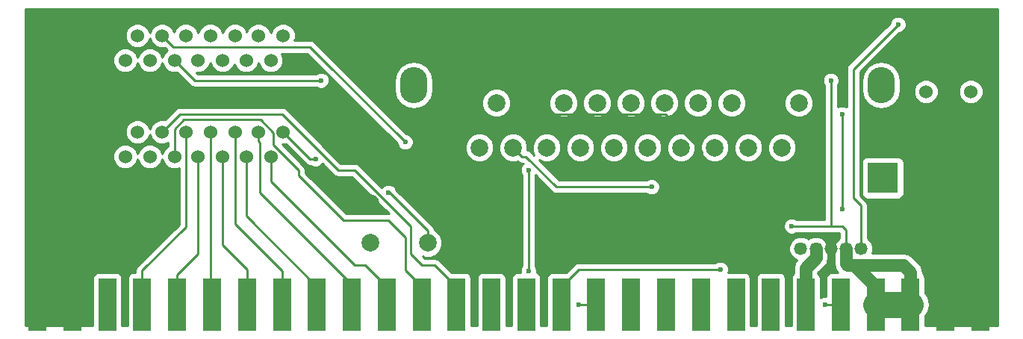
<source format=gbr>
G04 #@! TF.FileFunction,Copper,L2,Bot,Signal*
%FSLAX46Y46*%
G04 Gerber Fmt 4.6, Leading zero omitted, Abs format (unit mm)*
G04 Created by KiCad (PCBNEW 4.0.6) date Saturday, 22 July 2017 'PMt' 21:55:12*
%MOMM*%
%LPD*%
G01*
G04 APERTURE LIST*
%ADD10C,0.100000*%
%ADD11R,2.000000X6.000000*%
%ADD12C,2.000000*%
%ADD13R,3.500120X3.500120*%
%ADD14C,1.470000*%
%ADD15C,1.998980*%
%ADD16O,3.100000X4.100000*%
%ADD17C,1.524000*%
%ADD18C,3.810000*%
%ADD19R,1.524000X1.524000*%
%ADD20C,0.600000*%
%ADD21C,0.250000*%
%ADD22C,1.470000*%
%ADD23C,3.000000*%
%ADD24C,0.254000*%
G04 APERTURE END LIST*
D10*
D11*
X142345000Y-160020000D03*
X146305000Y-160020000D03*
X138385000Y-160020000D03*
X134425000Y-160020000D03*
X130465000Y-160020000D03*
X150265000Y-160020000D03*
X114625000Y-160020000D03*
X126505000Y-160020000D03*
X122545000Y-160020000D03*
X118585000Y-160020000D03*
X110665000Y-160020000D03*
X162145000Y-160020000D03*
X170065000Y-160020000D03*
X166105000Y-160020000D03*
X174025000Y-160020000D03*
X158185000Y-160020000D03*
X154225000Y-160020000D03*
X177985000Y-160020000D03*
X197785000Y-160020000D03*
X185905000Y-160020000D03*
X193825000Y-160020000D03*
X189865000Y-160020000D03*
X181945000Y-160020000D03*
X201745000Y-160020000D03*
X98785000Y-160020000D03*
X106705000Y-160020000D03*
X102745000Y-160020000D03*
X94825000Y-160020000D03*
D12*
X139065000Y-148535000D03*
X139065000Y-153035000D03*
X132565000Y-148535000D03*
X132565000Y-153035000D03*
D13*
X190675260Y-145669000D03*
X196674740Y-145669000D03*
X193675000Y-140970000D03*
D14*
X184785000Y-153670000D03*
X183085000Y-153670000D03*
X186485000Y-153670000D03*
X188185000Y-153670000D03*
X181385000Y-153670000D03*
D15*
X144950180Y-142240000D03*
X146855180Y-137160000D03*
X148760180Y-142240000D03*
X150665180Y-137160000D03*
X152570180Y-142240000D03*
X154475180Y-137160000D03*
X156380180Y-142240000D03*
X158285180Y-137160000D03*
X160190180Y-142240000D03*
X162095180Y-137160000D03*
X164000180Y-142240000D03*
X165905180Y-137160000D03*
X167810180Y-142240000D03*
X169715180Y-137160000D03*
X171620180Y-142240000D03*
X173525180Y-137160000D03*
X175430180Y-142240000D03*
X177335180Y-137160000D03*
X179240180Y-142240000D03*
X181145180Y-137160000D03*
X183050180Y-142240000D03*
D16*
X137500360Y-135161020D03*
X190500000Y-135161020D03*
D17*
X198120000Y-135890000D03*
X195580000Y-135890000D03*
X200660000Y-135890000D03*
D18*
X96393000Y-130937000D03*
X129667000Y-130937000D03*
D19*
X103505000Y-129540000D03*
D17*
X106172000Y-129540000D03*
X108966000Y-129540000D03*
X111633000Y-129540000D03*
X114427000Y-129540000D03*
X117221000Y-129540000D03*
X119888000Y-129540000D03*
X122682000Y-129540000D03*
X104775000Y-132334000D03*
X107569000Y-132334000D03*
X110363000Y-132334000D03*
X113030000Y-132334000D03*
X115824000Y-132334000D03*
X118491000Y-132334000D03*
X121285000Y-132334000D03*
D18*
X96393000Y-141859000D03*
X129667000Y-141859000D03*
D19*
X103505000Y-140462000D03*
D17*
X106172000Y-140462000D03*
X108966000Y-140462000D03*
X111633000Y-140462000D03*
X114427000Y-140462000D03*
X117221000Y-140462000D03*
X119888000Y-140462000D03*
X122682000Y-140462000D03*
X104775000Y-143256000D03*
X107569000Y-143256000D03*
X110363000Y-143256000D03*
X113030000Y-143256000D03*
X115824000Y-143256000D03*
X118491000Y-143256000D03*
X121285000Y-143256000D03*
D20*
X156210000Y-160020000D03*
X134620000Y-147320000D03*
X127000000Y-134620000D03*
X136525000Y-141605000D03*
X170180000Y-145415000D03*
X150495000Y-156210000D03*
X150495000Y-144780000D03*
X126365000Y-143510000D03*
X184785000Y-134620000D03*
X180340000Y-151130000D03*
X186055000Y-149225000D03*
X186055000Y-138430000D03*
X184150000Y-160020000D03*
X172260000Y-156035000D03*
X164465000Y-146685000D03*
X192405000Y-128270000D03*
D21*
X156210000Y-160020000D02*
X158185000Y-160020000D01*
X139065000Y-153035000D02*
X139065000Y-151620787D01*
X134764213Y-147320000D02*
X134620000Y-147320000D01*
X139065000Y-151620787D02*
X134764213Y-147320000D01*
X112649000Y-134620000D02*
X127000000Y-134620000D01*
X110363000Y-132334000D02*
X112649000Y-134620000D01*
X110236000Y-130810000D02*
X125730000Y-130810000D01*
X125730000Y-130810000D02*
X127071001Y-132151001D01*
X108966000Y-129540000D02*
X110236000Y-130810000D01*
X127071001Y-132151001D02*
X136525000Y-141605000D01*
X139065000Y-148535000D02*
X132389000Y-141859000D01*
X132389000Y-141859000D02*
X129667000Y-141859000D01*
X105033000Y-127000000D02*
X125730000Y-127000000D01*
X125730000Y-127000000D02*
X129667000Y-130937000D01*
X103505000Y-129540000D02*
X103505000Y-128528000D01*
X103505000Y-128528000D02*
X105033000Y-127000000D01*
X103505000Y-129540000D02*
X97790000Y-129540000D01*
X97790000Y-129540000D02*
X96393000Y-130937000D01*
X96393000Y-141859000D02*
X96393000Y-130937000D01*
X96393000Y-141859000D02*
X96393000Y-144553076D01*
X96393000Y-144553076D02*
X98785000Y-146945076D01*
X98785000Y-146945076D02*
X98785000Y-156770000D01*
X98785000Y-156770000D02*
X98785000Y-160020000D01*
X96393000Y-144553076D02*
X94825000Y-146121076D01*
X94825000Y-156770000D02*
X94825000Y-160020000D01*
X94825000Y-146121076D02*
X94825000Y-156770000D01*
X103505000Y-140462000D02*
X97790000Y-140462000D01*
X97790000Y-140462000D02*
X96393000Y-141859000D01*
D22*
X196674740Y-145669000D02*
X196674740Y-141969680D01*
X196674740Y-141969680D02*
X195675060Y-140970000D01*
X195675060Y-140970000D02*
X193675000Y-140970000D01*
X201745000Y-160020000D02*
X201745000Y-155125000D01*
X201745000Y-155125000D02*
X200680000Y-155125000D01*
X200680000Y-155125000D02*
X196674740Y-151119740D01*
X196674740Y-151119740D02*
X196674740Y-145669000D01*
X196674740Y-145669000D02*
X196674740Y-158909740D01*
D21*
X196674740Y-158909740D02*
X197785000Y-160020000D01*
X197785000Y-160020000D02*
X197785000Y-158020000D01*
X166014919Y-138484491D02*
X167865428Y-140335000D01*
X167865428Y-140335000D02*
X170180000Y-142649572D01*
X168275000Y-140335000D02*
X167865428Y-140335000D01*
X174160180Y-140335000D02*
X168275000Y-140335000D01*
X177335180Y-137160000D02*
X174160180Y-140335000D01*
X150665180Y-137160000D02*
X151989671Y-138484491D01*
X151989671Y-138484491D02*
X166014919Y-138484491D01*
X170180000Y-142649572D02*
X170180000Y-145415000D01*
X97917000Y-131064000D02*
X96520000Y-129667000D01*
X97917000Y-143002000D02*
X96520000Y-141605000D01*
X150495000Y-144780000D02*
X150495000Y-156210000D01*
D23*
X189865000Y-160020000D02*
X193825000Y-160020000D01*
D21*
X126365000Y-143510000D02*
X125730000Y-143510000D01*
X125730000Y-143510000D02*
X122682000Y-140462000D01*
X186055000Y-151130000D02*
X184785000Y-151130000D01*
X184785000Y-151130000D02*
X180340000Y-151130000D01*
X184785000Y-134620000D02*
X184785000Y-151130000D01*
D22*
X193040000Y-155575000D02*
X193825000Y-156360000D01*
X193825000Y-156360000D02*
X193825000Y-160020000D01*
X187420000Y-155575000D02*
X193040000Y-155575000D01*
X186690000Y-155575000D02*
X187420000Y-155575000D01*
X187420000Y-155575000D02*
X189865000Y-158020000D01*
D21*
X189865000Y-158020000D02*
X189865000Y-160020000D01*
D22*
X186485000Y-155370000D02*
X186690000Y-155575000D01*
X186485000Y-153670000D02*
X186485000Y-155370000D01*
D21*
X186485000Y-151560000D02*
X186055000Y-151130000D01*
X186485000Y-153670000D02*
X186485000Y-151560000D01*
X181945000Y-155855000D02*
X181965000Y-155855000D01*
D22*
X181965000Y-155855000D02*
X183085000Y-154735000D01*
X183085000Y-154735000D02*
X183085000Y-153670000D01*
X181945000Y-160020000D02*
X181945000Y-155855000D01*
D21*
X186055000Y-138430000D02*
X186055000Y-149225000D01*
X184150000Y-160020000D02*
X185905000Y-160020000D01*
X122555000Y-138430000D02*
X110998000Y-138430000D01*
X110998000Y-138430000D02*
X108966000Y-140462000D01*
X122555000Y-138430000D02*
X128905000Y-144780000D01*
X137160000Y-151168998D02*
X137160000Y-154305000D01*
X128905000Y-144780000D02*
X130771002Y-144780000D01*
X130771002Y-144780000D02*
X137160000Y-151168998D01*
X137160000Y-154305000D02*
X138430000Y-155575000D01*
X138430000Y-155575000D02*
X139900000Y-155575000D01*
X139900000Y-155575000D02*
X142345000Y-158020000D01*
X142345000Y-158020000D02*
X142345000Y-160020000D01*
X111421238Y-139065000D02*
X120099762Y-139065000D01*
X120099762Y-139065000D02*
X121594999Y-140560237D01*
X121594999Y-140560237D02*
X121594999Y-141957237D01*
X121594999Y-141957237D02*
X124460000Y-144822238D01*
X124460000Y-144822238D02*
X124460000Y-145415000D01*
X110363000Y-143256000D02*
X110363000Y-140123238D01*
X110363000Y-140123238D02*
X111421238Y-139065000D01*
X138385000Y-158020000D02*
X138385000Y-160020000D01*
X124460000Y-145415000D02*
X129540000Y-150495000D01*
X129540000Y-150495000D02*
X134620000Y-150495000D01*
X136525000Y-152400000D02*
X136525000Y-156160000D01*
X134620000Y-150495000D02*
X136525000Y-152400000D01*
X136525000Y-156160000D02*
X138385000Y-158020000D01*
X121285000Y-143256000D02*
X121285000Y-146050000D01*
X121285000Y-146050000D02*
X130810000Y-155575000D01*
X130810000Y-155575000D02*
X131980000Y-155575000D01*
X131980000Y-155575000D02*
X134425000Y-158020000D01*
X134425000Y-158020000D02*
X134425000Y-160020000D01*
X119888000Y-140462000D02*
X119888000Y-141539630D01*
X119888000Y-141539630D02*
X120015000Y-141666630D01*
X120015000Y-141666630D02*
X120015000Y-147320000D01*
X120015000Y-147320000D02*
X130465000Y-157770000D01*
X130465000Y-157770000D02*
X130465000Y-160020000D01*
X114427000Y-140462000D02*
X114427000Y-159822000D01*
X114427000Y-159822000D02*
X114625000Y-160020000D01*
X118491000Y-143256000D02*
X118491000Y-150006000D01*
X126505000Y-158020000D02*
X126505000Y-160020000D01*
X118491000Y-150006000D02*
X126505000Y-158020000D01*
X117221000Y-150876000D02*
X122545000Y-156200000D01*
X122545000Y-156200000D02*
X122545000Y-160020000D01*
X117221000Y-140462000D02*
X117221000Y-150876000D01*
X115824000Y-153289000D02*
X118585000Y-156050000D01*
X118585000Y-156050000D02*
X118585000Y-160020000D01*
X115824000Y-143256000D02*
X115824000Y-153289000D01*
X113030000Y-154305000D02*
X110665000Y-156670000D01*
X110665000Y-156670000D02*
X110665000Y-160020000D01*
X113030000Y-143256000D02*
X113030000Y-154305000D01*
X156210000Y-156035000D02*
X172260000Y-156035000D01*
X154225000Y-160020000D02*
X154225000Y-158020000D01*
X154225000Y-158020000D02*
X156210000Y-156035000D01*
X111633000Y-151257000D02*
X106705000Y-156185000D01*
X106705000Y-156185000D02*
X106705000Y-160020000D01*
X111633000Y-140462000D02*
X111633000Y-151257000D01*
X150224489Y-143239489D02*
X153670000Y-146685000D01*
X153670000Y-146685000D02*
X164465000Y-146685000D01*
X148760180Y-142240000D02*
X149759669Y-143239489D01*
X149759669Y-143239489D02*
X150224489Y-143239489D01*
X192405000Y-128270000D02*
X187325000Y-133350000D01*
X187325000Y-133350000D02*
X187325000Y-147955000D01*
X187325000Y-147955000D02*
X188185000Y-148815000D01*
X188185000Y-148815000D02*
X188185000Y-153670000D01*
D24*
G36*
X203708000Y-162433000D02*
X195472440Y-162433000D01*
X195472440Y-161323490D01*
X195797483Y-160837029D01*
X195960000Y-160020000D01*
X195797483Y-159202971D01*
X195472440Y-158716510D01*
X195472440Y-157020000D01*
X195428162Y-156784683D01*
X195289090Y-156568559D01*
X195195000Y-156504270D01*
X195195000Y-156360000D01*
X195090715Y-155835724D01*
X195039557Y-155759161D01*
X194793737Y-155391264D01*
X194008736Y-154606264D01*
X193564277Y-154309285D01*
X193040000Y-154205000D01*
X189446263Y-154205000D01*
X189554762Y-153943705D01*
X189555237Y-153398686D01*
X189347107Y-152894971D01*
X188962056Y-152509248D01*
X188945000Y-152502166D01*
X188945000Y-148815000D01*
X188887148Y-148524161D01*
X188722401Y-148277599D01*
X188085000Y-147640198D01*
X188085000Y-143918940D01*
X188277760Y-143918940D01*
X188277760Y-147419060D01*
X188322038Y-147654377D01*
X188461110Y-147870501D01*
X188673310Y-148015491D01*
X188925200Y-148066500D01*
X192425320Y-148066500D01*
X192660637Y-148022222D01*
X192876761Y-147883150D01*
X193021751Y-147670950D01*
X193072760Y-147419060D01*
X193072760Y-143918940D01*
X193028482Y-143683623D01*
X192889410Y-143467499D01*
X192677210Y-143322509D01*
X192425320Y-143271500D01*
X188925200Y-143271500D01*
X188689883Y-143315778D01*
X188473759Y-143454850D01*
X188328769Y-143667050D01*
X188277760Y-143918940D01*
X188085000Y-143918940D01*
X188085000Y-134608418D01*
X188315000Y-134608418D01*
X188315000Y-135713622D01*
X188481323Y-136549785D01*
X188954972Y-137258650D01*
X189663837Y-137732299D01*
X190500000Y-137898622D01*
X191336163Y-137732299D01*
X192045028Y-137258650D01*
X192518677Y-136549785D01*
X192594885Y-136166661D01*
X194182758Y-136166661D01*
X194394990Y-136680303D01*
X194787630Y-137073629D01*
X195300900Y-137286757D01*
X195856661Y-137287242D01*
X196370303Y-137075010D01*
X196763629Y-136682370D01*
X196976757Y-136169100D01*
X196976759Y-136166661D01*
X199262758Y-136166661D01*
X199474990Y-136680303D01*
X199867630Y-137073629D01*
X200380900Y-137286757D01*
X200936661Y-137287242D01*
X201450303Y-137075010D01*
X201843629Y-136682370D01*
X202056757Y-136169100D01*
X202057242Y-135613339D01*
X201845010Y-135099697D01*
X201452370Y-134706371D01*
X200939100Y-134493243D01*
X200383339Y-134492758D01*
X199869697Y-134704990D01*
X199476371Y-135097630D01*
X199263243Y-135610900D01*
X199262758Y-136166661D01*
X196976759Y-136166661D01*
X196977242Y-135613339D01*
X196765010Y-135099697D01*
X196372370Y-134706371D01*
X195859100Y-134493243D01*
X195303339Y-134492758D01*
X194789697Y-134704990D01*
X194396371Y-135097630D01*
X194183243Y-135610900D01*
X194182758Y-136166661D01*
X192594885Y-136166661D01*
X192685000Y-135713622D01*
X192685000Y-134608418D01*
X192518677Y-133772255D01*
X192045028Y-133063390D01*
X191336163Y-132589741D01*
X190500000Y-132423418D01*
X189663837Y-132589741D01*
X188954972Y-133063390D01*
X188481323Y-133772255D01*
X188315000Y-134608418D01*
X188085000Y-134608418D01*
X188085000Y-133664802D01*
X192544680Y-129205122D01*
X192590167Y-129205162D01*
X192933943Y-129063117D01*
X193197192Y-128800327D01*
X193339838Y-128456799D01*
X193340162Y-128084833D01*
X193198117Y-127741057D01*
X192935327Y-127477808D01*
X192591799Y-127335162D01*
X192219833Y-127334838D01*
X191876057Y-127476883D01*
X191612808Y-127739673D01*
X191470162Y-128083201D01*
X191470121Y-128130077D01*
X186787599Y-132812599D01*
X186622852Y-133059161D01*
X186565000Y-133350000D01*
X186565000Y-137629367D01*
X186241799Y-137495162D01*
X185869833Y-137494838D01*
X185545000Y-137629056D01*
X185545000Y-135182463D01*
X185577192Y-135150327D01*
X185719838Y-134806799D01*
X185720162Y-134434833D01*
X185578117Y-134091057D01*
X185315327Y-133827808D01*
X184971799Y-133685162D01*
X184599833Y-133684838D01*
X184256057Y-133826883D01*
X183992808Y-134089673D01*
X183850162Y-134433201D01*
X183849838Y-134805167D01*
X183991883Y-135148943D01*
X184025000Y-135182118D01*
X184025000Y-150370000D01*
X180902463Y-150370000D01*
X180870327Y-150337808D01*
X180526799Y-150195162D01*
X180154833Y-150194838D01*
X179811057Y-150336883D01*
X179547808Y-150599673D01*
X179405162Y-150943201D01*
X179404838Y-151315167D01*
X179546883Y-151658943D01*
X179809673Y-151922192D01*
X180153201Y-152064838D01*
X180525167Y-152065162D01*
X180868943Y-151923117D01*
X180902118Y-151890000D01*
X185725000Y-151890000D01*
X185725000Y-152501683D01*
X185709971Y-152507893D01*
X185324248Y-152892944D01*
X185115238Y-153396295D01*
X185114763Y-153941314D01*
X185115000Y-153941888D01*
X185115000Y-155370000D01*
X185219285Y-155894277D01*
X185516264Y-156338736D01*
X185550088Y-156372560D01*
X184905000Y-156372560D01*
X184669683Y-156416838D01*
X184453559Y-156555910D01*
X184308569Y-156768110D01*
X184257560Y-157020000D01*
X184257560Y-159085093D01*
X183964833Y-159084838D01*
X183621057Y-159226883D01*
X183592440Y-159255450D01*
X183592440Y-157020000D01*
X183548162Y-156784683D01*
X183409090Y-156568559D01*
X183315000Y-156504270D01*
X183315000Y-156442472D01*
X184053736Y-155703736D01*
X184350715Y-155259277D01*
X184382429Y-155099838D01*
X184455000Y-154735000D01*
X184455000Y-153670622D01*
X184455237Y-153398686D01*
X184247107Y-152894971D01*
X183862056Y-152509248D01*
X183358705Y-152300238D01*
X182813686Y-152299763D01*
X182309971Y-152507893D01*
X182235207Y-152582527D01*
X182162056Y-152509248D01*
X181658705Y-152300238D01*
X181113686Y-152299763D01*
X180609971Y-152507893D01*
X180224248Y-152892944D01*
X180015238Y-153396295D01*
X180014763Y-153941314D01*
X180222893Y-154445029D01*
X180607944Y-154830752D01*
X180925304Y-154962531D01*
X180679285Y-155330724D01*
X180575000Y-155855000D01*
X180575000Y-156503504D01*
X180493559Y-156555910D01*
X180348569Y-156768110D01*
X180297560Y-157020000D01*
X180297560Y-162433000D01*
X179632440Y-162433000D01*
X179632440Y-157020000D01*
X179588162Y-156784683D01*
X179449090Y-156568559D01*
X179236890Y-156423569D01*
X178985000Y-156372560D01*
X176985000Y-156372560D01*
X176749683Y-156416838D01*
X176533559Y-156555910D01*
X176388569Y-156768110D01*
X176337560Y-157020000D01*
X176337560Y-162433000D01*
X175672440Y-162433000D01*
X175672440Y-157020000D01*
X175628162Y-156784683D01*
X175489090Y-156568559D01*
X175276890Y-156423569D01*
X175025000Y-156372560D01*
X173132236Y-156372560D01*
X173194838Y-156221799D01*
X173195162Y-155849833D01*
X173053117Y-155506057D01*
X172790327Y-155242808D01*
X172446799Y-155100162D01*
X172074833Y-155099838D01*
X171731057Y-155241883D01*
X171697882Y-155275000D01*
X156210000Y-155275000D01*
X155919161Y-155332852D01*
X155672599Y-155497599D01*
X154797638Y-156372560D01*
X153225000Y-156372560D01*
X152989683Y-156416838D01*
X152773559Y-156555910D01*
X152628569Y-156768110D01*
X152577560Y-157020000D01*
X152577560Y-162433000D01*
X151912440Y-162433000D01*
X151912440Y-157020000D01*
X151868162Y-156784683D01*
X151729090Y-156568559D01*
X151516890Y-156423569D01*
X151426337Y-156405231D01*
X151429838Y-156396799D01*
X151430162Y-156024833D01*
X151288117Y-155681057D01*
X151255000Y-155647882D01*
X151255000Y-145344802D01*
X153132599Y-147222401D01*
X153379160Y-147387148D01*
X153670000Y-147445000D01*
X163902537Y-147445000D01*
X163934673Y-147477192D01*
X164278201Y-147619838D01*
X164650167Y-147620162D01*
X164993943Y-147478117D01*
X165257192Y-147215327D01*
X165399838Y-146871799D01*
X165400162Y-146499833D01*
X165258117Y-146156057D01*
X164995327Y-145892808D01*
X164651799Y-145750162D01*
X164279833Y-145749838D01*
X163936057Y-145891883D01*
X163902882Y-145925000D01*
X153984802Y-145925000D01*
X151714146Y-143654344D01*
X152243633Y-143874206D01*
X152893874Y-143874774D01*
X153494835Y-143626462D01*
X153955026Y-143167073D01*
X154204386Y-142566547D01*
X154204388Y-142563694D01*
X154745406Y-142563694D01*
X154993718Y-143164655D01*
X155453107Y-143624846D01*
X156053633Y-143874206D01*
X156703874Y-143874774D01*
X157304835Y-143626462D01*
X157765026Y-143167073D01*
X158014386Y-142566547D01*
X158014388Y-142563694D01*
X158555406Y-142563694D01*
X158803718Y-143164655D01*
X159263107Y-143624846D01*
X159863633Y-143874206D01*
X160513874Y-143874774D01*
X161114835Y-143626462D01*
X161575026Y-143167073D01*
X161824386Y-142566547D01*
X161824388Y-142563694D01*
X162365406Y-142563694D01*
X162613718Y-143164655D01*
X163073107Y-143624846D01*
X163673633Y-143874206D01*
X164323874Y-143874774D01*
X164924835Y-143626462D01*
X165385026Y-143167073D01*
X165634386Y-142566547D01*
X165634388Y-142563694D01*
X166175406Y-142563694D01*
X166423718Y-143164655D01*
X166883107Y-143624846D01*
X167483633Y-143874206D01*
X168133874Y-143874774D01*
X168734835Y-143626462D01*
X169195026Y-143167073D01*
X169444386Y-142566547D01*
X169444388Y-142563694D01*
X169985406Y-142563694D01*
X170233718Y-143164655D01*
X170693107Y-143624846D01*
X171293633Y-143874206D01*
X171943874Y-143874774D01*
X172544835Y-143626462D01*
X173005026Y-143167073D01*
X173254386Y-142566547D01*
X173254388Y-142563694D01*
X173795406Y-142563694D01*
X174043718Y-143164655D01*
X174503107Y-143624846D01*
X175103633Y-143874206D01*
X175753874Y-143874774D01*
X176354835Y-143626462D01*
X176815026Y-143167073D01*
X177064386Y-142566547D01*
X177064388Y-142563694D01*
X177605406Y-142563694D01*
X177853718Y-143164655D01*
X178313107Y-143624846D01*
X178913633Y-143874206D01*
X179563874Y-143874774D01*
X180164835Y-143626462D01*
X180625026Y-143167073D01*
X180874386Y-142566547D01*
X180874954Y-141916306D01*
X180626642Y-141315345D01*
X180167253Y-140855154D01*
X179566727Y-140605794D01*
X178916486Y-140605226D01*
X178315525Y-140853538D01*
X177855334Y-141312927D01*
X177605974Y-141913453D01*
X177605406Y-142563694D01*
X177064388Y-142563694D01*
X177064954Y-141916306D01*
X176816642Y-141315345D01*
X176357253Y-140855154D01*
X175756727Y-140605794D01*
X175106486Y-140605226D01*
X174505525Y-140853538D01*
X174045334Y-141312927D01*
X173795974Y-141913453D01*
X173795406Y-142563694D01*
X173254388Y-142563694D01*
X173254954Y-141916306D01*
X173006642Y-141315345D01*
X172547253Y-140855154D01*
X171946727Y-140605794D01*
X171296486Y-140605226D01*
X170695525Y-140853538D01*
X170235334Y-141312927D01*
X169985974Y-141913453D01*
X169985406Y-142563694D01*
X169444388Y-142563694D01*
X169444954Y-141916306D01*
X169196642Y-141315345D01*
X168737253Y-140855154D01*
X168136727Y-140605794D01*
X167486486Y-140605226D01*
X166885525Y-140853538D01*
X166425334Y-141312927D01*
X166175974Y-141913453D01*
X166175406Y-142563694D01*
X165634388Y-142563694D01*
X165634954Y-141916306D01*
X165386642Y-141315345D01*
X164927253Y-140855154D01*
X164326727Y-140605794D01*
X163676486Y-140605226D01*
X163075525Y-140853538D01*
X162615334Y-141312927D01*
X162365974Y-141913453D01*
X162365406Y-142563694D01*
X161824388Y-142563694D01*
X161824954Y-141916306D01*
X161576642Y-141315345D01*
X161117253Y-140855154D01*
X160516727Y-140605794D01*
X159866486Y-140605226D01*
X159265525Y-140853538D01*
X158805334Y-141312927D01*
X158555974Y-141913453D01*
X158555406Y-142563694D01*
X158014388Y-142563694D01*
X158014954Y-141916306D01*
X157766642Y-141315345D01*
X157307253Y-140855154D01*
X156706727Y-140605794D01*
X156056486Y-140605226D01*
X155455525Y-140853538D01*
X154995334Y-141312927D01*
X154745974Y-141913453D01*
X154745406Y-142563694D01*
X154204388Y-142563694D01*
X154204954Y-141916306D01*
X153956642Y-141315345D01*
X153497253Y-140855154D01*
X152896727Y-140605794D01*
X152246486Y-140605226D01*
X151645525Y-140853538D01*
X151185334Y-141312927D01*
X150935974Y-141913453D01*
X150935406Y-142563694D01*
X151155032Y-143095230D01*
X150761890Y-142702088D01*
X150515328Y-142537341D01*
X150394433Y-142513293D01*
X150394954Y-141916306D01*
X150146642Y-141315345D01*
X149687253Y-140855154D01*
X149086727Y-140605794D01*
X148436486Y-140605226D01*
X147835525Y-140853538D01*
X147375334Y-141312927D01*
X147125974Y-141913453D01*
X147125406Y-142563694D01*
X147373718Y-143164655D01*
X147833107Y-143624846D01*
X148433633Y-143874206D01*
X149083874Y-143874774D01*
X149259906Y-143802039D01*
X149468830Y-143941637D01*
X149759669Y-143999489D01*
X149909687Y-143999489D01*
X149931539Y-144021341D01*
X149702808Y-144249673D01*
X149560162Y-144593201D01*
X149559838Y-144965167D01*
X149701883Y-145308943D01*
X149735000Y-145342118D01*
X149735000Y-155647537D01*
X149702808Y-155679673D01*
X149560162Y-156023201D01*
X149559858Y-156372560D01*
X149265000Y-156372560D01*
X149029683Y-156416838D01*
X148813559Y-156555910D01*
X148668569Y-156768110D01*
X148617560Y-157020000D01*
X148617560Y-162433000D01*
X147952440Y-162433000D01*
X147952440Y-157020000D01*
X147908162Y-156784683D01*
X147769090Y-156568559D01*
X147556890Y-156423569D01*
X147305000Y-156372560D01*
X145305000Y-156372560D01*
X145069683Y-156416838D01*
X144853559Y-156555910D01*
X144708569Y-156768110D01*
X144657560Y-157020000D01*
X144657560Y-162433000D01*
X143992440Y-162433000D01*
X143992440Y-157020000D01*
X143948162Y-156784683D01*
X143809090Y-156568559D01*
X143596890Y-156423569D01*
X143345000Y-156372560D01*
X141772362Y-156372560D01*
X140437401Y-155037599D01*
X140190839Y-154872852D01*
X139900000Y-154815000D01*
X138744802Y-154815000D01*
X138500933Y-154571131D01*
X138738352Y-154669716D01*
X139388795Y-154670284D01*
X139989943Y-154421894D01*
X140450278Y-153962363D01*
X140699716Y-153361648D01*
X140700284Y-152711205D01*
X140451894Y-152110057D01*
X139992363Y-151649722D01*
X139816206Y-151576575D01*
X139767148Y-151329947D01*
X139602401Y-151083386D01*
X135485674Y-146966659D01*
X135413117Y-146791057D01*
X135150327Y-146527808D01*
X134806799Y-146385162D01*
X134434833Y-146384838D01*
X134091057Y-146526883D01*
X133841655Y-146775851D01*
X131308403Y-144242599D01*
X131061841Y-144077852D01*
X130771002Y-144020000D01*
X129219802Y-144020000D01*
X127763496Y-142563694D01*
X143315406Y-142563694D01*
X143563718Y-143164655D01*
X144023107Y-143624846D01*
X144623633Y-143874206D01*
X145273874Y-143874774D01*
X145874835Y-143626462D01*
X146335026Y-143167073D01*
X146584386Y-142566547D01*
X146584954Y-141916306D01*
X146336642Y-141315345D01*
X145877253Y-140855154D01*
X145276727Y-140605794D01*
X144626486Y-140605226D01*
X144025525Y-140853538D01*
X143565334Y-141312927D01*
X143315974Y-141913453D01*
X143315406Y-142563694D01*
X127763496Y-142563694D01*
X123092401Y-137892599D01*
X122845839Y-137727852D01*
X122555000Y-137670000D01*
X110998000Y-137670000D01*
X110707161Y-137727852D01*
X110460599Y-137892599D01*
X109275381Y-139077817D01*
X109245100Y-139065243D01*
X108689339Y-139064758D01*
X108175697Y-139276990D01*
X107782371Y-139669630D01*
X107569243Y-140182900D01*
X107569241Y-140185336D01*
X107357010Y-139671697D01*
X106964370Y-139278371D01*
X106451100Y-139065243D01*
X105895339Y-139064758D01*
X105381697Y-139276990D01*
X104988371Y-139669630D01*
X104775243Y-140182900D01*
X104774758Y-140738661D01*
X104986990Y-141252303D01*
X105379630Y-141645629D01*
X105892900Y-141858757D01*
X106448661Y-141859242D01*
X106962303Y-141647010D01*
X107355629Y-141254370D01*
X107568757Y-140741100D01*
X107568759Y-140738664D01*
X107780990Y-141252303D01*
X108173630Y-141645629D01*
X108686900Y-141858757D01*
X109242661Y-141859242D01*
X109603000Y-141710353D01*
X109603000Y-142058469D01*
X109572697Y-142070990D01*
X109179371Y-142463630D01*
X108966243Y-142976900D01*
X108966241Y-142979336D01*
X108754010Y-142465697D01*
X108361370Y-142072371D01*
X107848100Y-141859243D01*
X107292339Y-141858758D01*
X106778697Y-142070990D01*
X106385371Y-142463630D01*
X106172243Y-142976900D01*
X106172241Y-142979336D01*
X105960010Y-142465697D01*
X105567370Y-142072371D01*
X105054100Y-141859243D01*
X104498339Y-141858758D01*
X103984697Y-142070990D01*
X103591371Y-142463630D01*
X103378243Y-142976900D01*
X103377758Y-143532661D01*
X103589990Y-144046303D01*
X103982630Y-144439629D01*
X104495900Y-144652757D01*
X105051661Y-144653242D01*
X105565303Y-144441010D01*
X105958629Y-144048370D01*
X106171757Y-143535100D01*
X106171759Y-143532664D01*
X106383990Y-144046303D01*
X106776630Y-144439629D01*
X107289900Y-144652757D01*
X107845661Y-144653242D01*
X108359303Y-144441010D01*
X108752629Y-144048370D01*
X108965757Y-143535100D01*
X108965759Y-143532664D01*
X109177990Y-144046303D01*
X109570630Y-144439629D01*
X110083900Y-144652757D01*
X110639661Y-144653242D01*
X110873000Y-144556829D01*
X110873000Y-150942198D01*
X106167599Y-155647599D01*
X106002852Y-155894161D01*
X105945000Y-156185000D01*
X105945000Y-156372560D01*
X105705000Y-156372560D01*
X105469683Y-156416838D01*
X105253559Y-156555910D01*
X105108569Y-156768110D01*
X105057560Y-157020000D01*
X105057560Y-162433000D01*
X104392440Y-162433000D01*
X104392440Y-157020000D01*
X104348162Y-156784683D01*
X104209090Y-156568559D01*
X103996890Y-156423569D01*
X103745000Y-156372560D01*
X101745000Y-156372560D01*
X101509683Y-156416838D01*
X101293559Y-156555910D01*
X101148569Y-156768110D01*
X101097560Y-157020000D01*
X101097560Y-162433000D01*
X93472000Y-162433000D01*
X93472000Y-132610661D01*
X103377758Y-132610661D01*
X103589990Y-133124303D01*
X103982630Y-133517629D01*
X104495900Y-133730757D01*
X105051661Y-133731242D01*
X105565303Y-133519010D01*
X105958629Y-133126370D01*
X106171757Y-132613100D01*
X106171759Y-132610664D01*
X106383990Y-133124303D01*
X106776630Y-133517629D01*
X107289900Y-133730757D01*
X107845661Y-133731242D01*
X108359303Y-133519010D01*
X108752629Y-133126370D01*
X108965757Y-132613100D01*
X108965759Y-132610664D01*
X109177990Y-133124303D01*
X109570630Y-133517629D01*
X110083900Y-133730757D01*
X110639661Y-133731242D01*
X110672055Y-133717857D01*
X112111599Y-135157401D01*
X112358160Y-135322148D01*
X112649000Y-135380000D01*
X126437537Y-135380000D01*
X126469673Y-135412192D01*
X126813201Y-135554838D01*
X127185167Y-135555162D01*
X127528943Y-135413117D01*
X127792192Y-135150327D01*
X127934838Y-134806799D01*
X127935162Y-134434833D01*
X127793117Y-134091057D01*
X127530327Y-133827808D01*
X127186799Y-133685162D01*
X126814833Y-133684838D01*
X126471057Y-133826883D01*
X126437882Y-133860000D01*
X112963802Y-133860000D01*
X112834632Y-133730830D01*
X113306661Y-133731242D01*
X113820303Y-133519010D01*
X114213629Y-133126370D01*
X114426757Y-132613100D01*
X114426759Y-132610664D01*
X114638990Y-133124303D01*
X115031630Y-133517629D01*
X115544900Y-133730757D01*
X116100661Y-133731242D01*
X116614303Y-133519010D01*
X117007629Y-133126370D01*
X117157606Y-132765185D01*
X117305990Y-133124303D01*
X117698630Y-133517629D01*
X118211900Y-133730757D01*
X118767661Y-133731242D01*
X119281303Y-133519010D01*
X119674629Y-133126370D01*
X119887757Y-132613100D01*
X119887759Y-132610664D01*
X120099990Y-133124303D01*
X120492630Y-133517629D01*
X121005900Y-133730757D01*
X121561661Y-133731242D01*
X122075303Y-133519010D01*
X122468629Y-133126370D01*
X122681757Y-132613100D01*
X122682242Y-132057339D01*
X122480878Y-131570000D01*
X125415198Y-131570000D01*
X135589878Y-141744680D01*
X135589838Y-141790167D01*
X135731883Y-142133943D01*
X135994673Y-142397192D01*
X136338201Y-142539838D01*
X136710167Y-142540162D01*
X137053943Y-142398117D01*
X137317192Y-142135327D01*
X137459838Y-141791799D01*
X137460162Y-141419833D01*
X137318117Y-141076057D01*
X137055327Y-140812808D01*
X136711799Y-140670162D01*
X136664923Y-140670121D01*
X130603220Y-134608418D01*
X135315360Y-134608418D01*
X135315360Y-135713622D01*
X135481683Y-136549785D01*
X135955332Y-137258650D01*
X136664197Y-137732299D01*
X137500360Y-137898622D01*
X138336523Y-137732299D01*
X138708586Y-137483694D01*
X145220406Y-137483694D01*
X145468718Y-138084655D01*
X145928107Y-138544846D01*
X146528633Y-138794206D01*
X147178874Y-138794774D01*
X147779835Y-138546462D01*
X148240026Y-138087073D01*
X148489386Y-137486547D01*
X148489388Y-137483694D01*
X152840406Y-137483694D01*
X153088718Y-138084655D01*
X153548107Y-138544846D01*
X154148633Y-138794206D01*
X154798874Y-138794774D01*
X155399835Y-138546462D01*
X155860026Y-138087073D01*
X156109386Y-137486547D01*
X156109388Y-137483694D01*
X156650406Y-137483694D01*
X156898718Y-138084655D01*
X157358107Y-138544846D01*
X157958633Y-138794206D01*
X158608874Y-138794774D01*
X159209835Y-138546462D01*
X159670026Y-138087073D01*
X159919386Y-137486547D01*
X159919388Y-137483694D01*
X160460406Y-137483694D01*
X160708718Y-138084655D01*
X161168107Y-138544846D01*
X161768633Y-138794206D01*
X162418874Y-138794774D01*
X163019835Y-138546462D01*
X163480026Y-138087073D01*
X163729386Y-137486547D01*
X163729388Y-137483694D01*
X164270406Y-137483694D01*
X164518718Y-138084655D01*
X164978107Y-138544846D01*
X165578633Y-138794206D01*
X166228874Y-138794774D01*
X166829835Y-138546462D01*
X167290026Y-138087073D01*
X167539386Y-137486547D01*
X167539388Y-137483694D01*
X168080406Y-137483694D01*
X168328718Y-138084655D01*
X168788107Y-138544846D01*
X169388633Y-138794206D01*
X170038874Y-138794774D01*
X170639835Y-138546462D01*
X171100026Y-138087073D01*
X171349386Y-137486547D01*
X171349388Y-137483694D01*
X171890406Y-137483694D01*
X172138718Y-138084655D01*
X172598107Y-138544846D01*
X173198633Y-138794206D01*
X173848874Y-138794774D01*
X174449835Y-138546462D01*
X174910026Y-138087073D01*
X175159386Y-137486547D01*
X175159388Y-137483694D01*
X179510406Y-137483694D01*
X179758718Y-138084655D01*
X180218107Y-138544846D01*
X180818633Y-138794206D01*
X181468874Y-138794774D01*
X182069835Y-138546462D01*
X182530026Y-138087073D01*
X182779386Y-137486547D01*
X182779954Y-136836306D01*
X182531642Y-136235345D01*
X182072253Y-135775154D01*
X181471727Y-135525794D01*
X180821486Y-135525226D01*
X180220525Y-135773538D01*
X179760334Y-136232927D01*
X179510974Y-136833453D01*
X179510406Y-137483694D01*
X175159388Y-137483694D01*
X175159954Y-136836306D01*
X174911642Y-136235345D01*
X174452253Y-135775154D01*
X173851727Y-135525794D01*
X173201486Y-135525226D01*
X172600525Y-135773538D01*
X172140334Y-136232927D01*
X171890974Y-136833453D01*
X171890406Y-137483694D01*
X171349388Y-137483694D01*
X171349954Y-136836306D01*
X171101642Y-136235345D01*
X170642253Y-135775154D01*
X170041727Y-135525794D01*
X169391486Y-135525226D01*
X168790525Y-135773538D01*
X168330334Y-136232927D01*
X168080974Y-136833453D01*
X168080406Y-137483694D01*
X167539388Y-137483694D01*
X167539954Y-136836306D01*
X167291642Y-136235345D01*
X166832253Y-135775154D01*
X166231727Y-135525794D01*
X165581486Y-135525226D01*
X164980525Y-135773538D01*
X164520334Y-136232927D01*
X164270974Y-136833453D01*
X164270406Y-137483694D01*
X163729388Y-137483694D01*
X163729954Y-136836306D01*
X163481642Y-136235345D01*
X163022253Y-135775154D01*
X162421727Y-135525794D01*
X161771486Y-135525226D01*
X161170525Y-135773538D01*
X160710334Y-136232927D01*
X160460974Y-136833453D01*
X160460406Y-137483694D01*
X159919388Y-137483694D01*
X159919954Y-136836306D01*
X159671642Y-136235345D01*
X159212253Y-135775154D01*
X158611727Y-135525794D01*
X157961486Y-135525226D01*
X157360525Y-135773538D01*
X156900334Y-136232927D01*
X156650974Y-136833453D01*
X156650406Y-137483694D01*
X156109388Y-137483694D01*
X156109954Y-136836306D01*
X155861642Y-136235345D01*
X155402253Y-135775154D01*
X154801727Y-135525794D01*
X154151486Y-135525226D01*
X153550525Y-135773538D01*
X153090334Y-136232927D01*
X152840974Y-136833453D01*
X152840406Y-137483694D01*
X148489388Y-137483694D01*
X148489954Y-136836306D01*
X148241642Y-136235345D01*
X147782253Y-135775154D01*
X147181727Y-135525794D01*
X146531486Y-135525226D01*
X145930525Y-135773538D01*
X145470334Y-136232927D01*
X145220974Y-136833453D01*
X145220406Y-137483694D01*
X138708586Y-137483694D01*
X139045388Y-137258650D01*
X139519037Y-136549785D01*
X139685360Y-135713622D01*
X139685360Y-134608418D01*
X139519037Y-133772255D01*
X139045388Y-133063390D01*
X138336523Y-132589741D01*
X137500360Y-132423418D01*
X136664197Y-132589741D01*
X135955332Y-133063390D01*
X135481683Y-133772255D01*
X135315360Y-134608418D01*
X130603220Y-134608418D01*
X126267401Y-130272599D01*
X126020839Y-130107852D01*
X125730000Y-130050000D01*
X123982879Y-130050000D01*
X124078757Y-129819100D01*
X124079242Y-129263339D01*
X123867010Y-128749697D01*
X123474370Y-128356371D01*
X122961100Y-128143243D01*
X122405339Y-128142758D01*
X121891697Y-128354990D01*
X121498371Y-128747630D01*
X121285243Y-129260900D01*
X121285241Y-129263336D01*
X121073010Y-128749697D01*
X120680370Y-128356371D01*
X120167100Y-128143243D01*
X119611339Y-128142758D01*
X119097697Y-128354990D01*
X118704371Y-128747630D01*
X118554394Y-129108815D01*
X118406010Y-128749697D01*
X118013370Y-128356371D01*
X117500100Y-128143243D01*
X116944339Y-128142758D01*
X116430697Y-128354990D01*
X116037371Y-128747630D01*
X115824243Y-129260900D01*
X115824241Y-129263336D01*
X115612010Y-128749697D01*
X115219370Y-128356371D01*
X114706100Y-128143243D01*
X114150339Y-128142758D01*
X113636697Y-128354990D01*
X113243371Y-128747630D01*
X113030243Y-129260900D01*
X113030241Y-129263336D01*
X112818010Y-128749697D01*
X112425370Y-128356371D01*
X111912100Y-128143243D01*
X111356339Y-128142758D01*
X110842697Y-128354990D01*
X110449371Y-128747630D01*
X110299394Y-129108815D01*
X110151010Y-128749697D01*
X109758370Y-128356371D01*
X109245100Y-128143243D01*
X108689339Y-128142758D01*
X108175697Y-128354990D01*
X107782371Y-128747630D01*
X107569243Y-129260900D01*
X107569241Y-129263336D01*
X107357010Y-128749697D01*
X106964370Y-128356371D01*
X106451100Y-128143243D01*
X105895339Y-128142758D01*
X105381697Y-128354990D01*
X104988371Y-128747630D01*
X104775243Y-129260900D01*
X104774758Y-129816661D01*
X104986990Y-130330303D01*
X105379630Y-130723629D01*
X105892900Y-130936757D01*
X106448661Y-130937242D01*
X106962303Y-130725010D01*
X107355629Y-130332370D01*
X107568757Y-129819100D01*
X107568759Y-129816664D01*
X107780990Y-130330303D01*
X108173630Y-130723629D01*
X108686900Y-130936757D01*
X109242661Y-130937242D01*
X109275055Y-130923857D01*
X109536411Y-131185213D01*
X109179371Y-131541630D01*
X108966243Y-132054900D01*
X108966241Y-132057336D01*
X108754010Y-131543697D01*
X108361370Y-131150371D01*
X107848100Y-130937243D01*
X107292339Y-130936758D01*
X106778697Y-131148990D01*
X106385371Y-131541630D01*
X106172243Y-132054900D01*
X106172241Y-132057336D01*
X105960010Y-131543697D01*
X105567370Y-131150371D01*
X105054100Y-130937243D01*
X104498339Y-130936758D01*
X103984697Y-131148990D01*
X103591371Y-131541630D01*
X103378243Y-132054900D01*
X103377758Y-132610661D01*
X93472000Y-132610661D01*
X93472000Y-126492000D01*
X203708000Y-126492000D01*
X203708000Y-162433000D01*
X203708000Y-162433000D01*
G37*
X203708000Y-162433000D02*
X195472440Y-162433000D01*
X195472440Y-161323490D01*
X195797483Y-160837029D01*
X195960000Y-160020000D01*
X195797483Y-159202971D01*
X195472440Y-158716510D01*
X195472440Y-157020000D01*
X195428162Y-156784683D01*
X195289090Y-156568559D01*
X195195000Y-156504270D01*
X195195000Y-156360000D01*
X195090715Y-155835724D01*
X195039557Y-155759161D01*
X194793737Y-155391264D01*
X194008736Y-154606264D01*
X193564277Y-154309285D01*
X193040000Y-154205000D01*
X189446263Y-154205000D01*
X189554762Y-153943705D01*
X189555237Y-153398686D01*
X189347107Y-152894971D01*
X188962056Y-152509248D01*
X188945000Y-152502166D01*
X188945000Y-148815000D01*
X188887148Y-148524161D01*
X188722401Y-148277599D01*
X188085000Y-147640198D01*
X188085000Y-143918940D01*
X188277760Y-143918940D01*
X188277760Y-147419060D01*
X188322038Y-147654377D01*
X188461110Y-147870501D01*
X188673310Y-148015491D01*
X188925200Y-148066500D01*
X192425320Y-148066500D01*
X192660637Y-148022222D01*
X192876761Y-147883150D01*
X193021751Y-147670950D01*
X193072760Y-147419060D01*
X193072760Y-143918940D01*
X193028482Y-143683623D01*
X192889410Y-143467499D01*
X192677210Y-143322509D01*
X192425320Y-143271500D01*
X188925200Y-143271500D01*
X188689883Y-143315778D01*
X188473759Y-143454850D01*
X188328769Y-143667050D01*
X188277760Y-143918940D01*
X188085000Y-143918940D01*
X188085000Y-134608418D01*
X188315000Y-134608418D01*
X188315000Y-135713622D01*
X188481323Y-136549785D01*
X188954972Y-137258650D01*
X189663837Y-137732299D01*
X190500000Y-137898622D01*
X191336163Y-137732299D01*
X192045028Y-137258650D01*
X192518677Y-136549785D01*
X192594885Y-136166661D01*
X194182758Y-136166661D01*
X194394990Y-136680303D01*
X194787630Y-137073629D01*
X195300900Y-137286757D01*
X195856661Y-137287242D01*
X196370303Y-137075010D01*
X196763629Y-136682370D01*
X196976757Y-136169100D01*
X196976759Y-136166661D01*
X199262758Y-136166661D01*
X199474990Y-136680303D01*
X199867630Y-137073629D01*
X200380900Y-137286757D01*
X200936661Y-137287242D01*
X201450303Y-137075010D01*
X201843629Y-136682370D01*
X202056757Y-136169100D01*
X202057242Y-135613339D01*
X201845010Y-135099697D01*
X201452370Y-134706371D01*
X200939100Y-134493243D01*
X200383339Y-134492758D01*
X199869697Y-134704990D01*
X199476371Y-135097630D01*
X199263243Y-135610900D01*
X199262758Y-136166661D01*
X196976759Y-136166661D01*
X196977242Y-135613339D01*
X196765010Y-135099697D01*
X196372370Y-134706371D01*
X195859100Y-134493243D01*
X195303339Y-134492758D01*
X194789697Y-134704990D01*
X194396371Y-135097630D01*
X194183243Y-135610900D01*
X194182758Y-136166661D01*
X192594885Y-136166661D01*
X192685000Y-135713622D01*
X192685000Y-134608418D01*
X192518677Y-133772255D01*
X192045028Y-133063390D01*
X191336163Y-132589741D01*
X190500000Y-132423418D01*
X189663837Y-132589741D01*
X188954972Y-133063390D01*
X188481323Y-133772255D01*
X188315000Y-134608418D01*
X188085000Y-134608418D01*
X188085000Y-133664802D01*
X192544680Y-129205122D01*
X192590167Y-129205162D01*
X192933943Y-129063117D01*
X193197192Y-128800327D01*
X193339838Y-128456799D01*
X193340162Y-128084833D01*
X193198117Y-127741057D01*
X192935327Y-127477808D01*
X192591799Y-127335162D01*
X192219833Y-127334838D01*
X191876057Y-127476883D01*
X191612808Y-127739673D01*
X191470162Y-128083201D01*
X191470121Y-128130077D01*
X186787599Y-132812599D01*
X186622852Y-133059161D01*
X186565000Y-133350000D01*
X186565000Y-137629367D01*
X186241799Y-137495162D01*
X185869833Y-137494838D01*
X185545000Y-137629056D01*
X185545000Y-135182463D01*
X185577192Y-135150327D01*
X185719838Y-134806799D01*
X185720162Y-134434833D01*
X185578117Y-134091057D01*
X185315327Y-133827808D01*
X184971799Y-133685162D01*
X184599833Y-133684838D01*
X184256057Y-133826883D01*
X183992808Y-134089673D01*
X183850162Y-134433201D01*
X183849838Y-134805167D01*
X183991883Y-135148943D01*
X184025000Y-135182118D01*
X184025000Y-150370000D01*
X180902463Y-150370000D01*
X180870327Y-150337808D01*
X180526799Y-150195162D01*
X180154833Y-150194838D01*
X179811057Y-150336883D01*
X179547808Y-150599673D01*
X179405162Y-150943201D01*
X179404838Y-151315167D01*
X179546883Y-151658943D01*
X179809673Y-151922192D01*
X180153201Y-152064838D01*
X180525167Y-152065162D01*
X180868943Y-151923117D01*
X180902118Y-151890000D01*
X185725000Y-151890000D01*
X185725000Y-152501683D01*
X185709971Y-152507893D01*
X185324248Y-152892944D01*
X185115238Y-153396295D01*
X185114763Y-153941314D01*
X185115000Y-153941888D01*
X185115000Y-155370000D01*
X185219285Y-155894277D01*
X185516264Y-156338736D01*
X185550088Y-156372560D01*
X184905000Y-156372560D01*
X184669683Y-156416838D01*
X184453559Y-156555910D01*
X184308569Y-156768110D01*
X184257560Y-157020000D01*
X184257560Y-159085093D01*
X183964833Y-159084838D01*
X183621057Y-159226883D01*
X183592440Y-159255450D01*
X183592440Y-157020000D01*
X183548162Y-156784683D01*
X183409090Y-156568559D01*
X183315000Y-156504270D01*
X183315000Y-156442472D01*
X184053736Y-155703736D01*
X184350715Y-155259277D01*
X184382429Y-155099838D01*
X184455000Y-154735000D01*
X184455000Y-153670622D01*
X184455237Y-153398686D01*
X184247107Y-152894971D01*
X183862056Y-152509248D01*
X183358705Y-152300238D01*
X182813686Y-152299763D01*
X182309971Y-152507893D01*
X182235207Y-152582527D01*
X182162056Y-152509248D01*
X181658705Y-152300238D01*
X181113686Y-152299763D01*
X180609971Y-152507893D01*
X180224248Y-152892944D01*
X180015238Y-153396295D01*
X180014763Y-153941314D01*
X180222893Y-154445029D01*
X180607944Y-154830752D01*
X180925304Y-154962531D01*
X180679285Y-155330724D01*
X180575000Y-155855000D01*
X180575000Y-156503504D01*
X180493559Y-156555910D01*
X180348569Y-156768110D01*
X180297560Y-157020000D01*
X180297560Y-162433000D01*
X179632440Y-162433000D01*
X179632440Y-157020000D01*
X179588162Y-156784683D01*
X179449090Y-156568559D01*
X179236890Y-156423569D01*
X178985000Y-156372560D01*
X176985000Y-156372560D01*
X176749683Y-156416838D01*
X176533559Y-156555910D01*
X176388569Y-156768110D01*
X176337560Y-157020000D01*
X176337560Y-162433000D01*
X175672440Y-162433000D01*
X175672440Y-157020000D01*
X175628162Y-156784683D01*
X175489090Y-156568559D01*
X175276890Y-156423569D01*
X175025000Y-156372560D01*
X173132236Y-156372560D01*
X173194838Y-156221799D01*
X173195162Y-155849833D01*
X173053117Y-155506057D01*
X172790327Y-155242808D01*
X172446799Y-155100162D01*
X172074833Y-155099838D01*
X171731057Y-155241883D01*
X171697882Y-155275000D01*
X156210000Y-155275000D01*
X155919161Y-155332852D01*
X155672599Y-155497599D01*
X154797638Y-156372560D01*
X153225000Y-156372560D01*
X152989683Y-156416838D01*
X152773559Y-156555910D01*
X152628569Y-156768110D01*
X152577560Y-157020000D01*
X152577560Y-162433000D01*
X151912440Y-162433000D01*
X151912440Y-157020000D01*
X151868162Y-156784683D01*
X151729090Y-156568559D01*
X151516890Y-156423569D01*
X151426337Y-156405231D01*
X151429838Y-156396799D01*
X151430162Y-156024833D01*
X151288117Y-155681057D01*
X151255000Y-155647882D01*
X151255000Y-145344802D01*
X153132599Y-147222401D01*
X153379160Y-147387148D01*
X153670000Y-147445000D01*
X163902537Y-147445000D01*
X163934673Y-147477192D01*
X164278201Y-147619838D01*
X164650167Y-147620162D01*
X164993943Y-147478117D01*
X165257192Y-147215327D01*
X165399838Y-146871799D01*
X165400162Y-146499833D01*
X165258117Y-146156057D01*
X164995327Y-145892808D01*
X164651799Y-145750162D01*
X164279833Y-145749838D01*
X163936057Y-145891883D01*
X163902882Y-145925000D01*
X153984802Y-145925000D01*
X151714146Y-143654344D01*
X152243633Y-143874206D01*
X152893874Y-143874774D01*
X153494835Y-143626462D01*
X153955026Y-143167073D01*
X154204386Y-142566547D01*
X154204388Y-142563694D01*
X154745406Y-142563694D01*
X154993718Y-143164655D01*
X155453107Y-143624846D01*
X156053633Y-143874206D01*
X156703874Y-143874774D01*
X157304835Y-143626462D01*
X157765026Y-143167073D01*
X158014386Y-142566547D01*
X158014388Y-142563694D01*
X158555406Y-142563694D01*
X158803718Y-143164655D01*
X159263107Y-143624846D01*
X159863633Y-143874206D01*
X160513874Y-143874774D01*
X161114835Y-143626462D01*
X161575026Y-143167073D01*
X161824386Y-142566547D01*
X161824388Y-142563694D01*
X162365406Y-142563694D01*
X162613718Y-143164655D01*
X163073107Y-143624846D01*
X163673633Y-143874206D01*
X164323874Y-143874774D01*
X164924835Y-143626462D01*
X165385026Y-143167073D01*
X165634386Y-142566547D01*
X165634388Y-142563694D01*
X166175406Y-142563694D01*
X166423718Y-143164655D01*
X166883107Y-143624846D01*
X167483633Y-143874206D01*
X168133874Y-143874774D01*
X168734835Y-143626462D01*
X169195026Y-143167073D01*
X169444386Y-142566547D01*
X169444388Y-142563694D01*
X169985406Y-142563694D01*
X170233718Y-143164655D01*
X170693107Y-143624846D01*
X171293633Y-143874206D01*
X171943874Y-143874774D01*
X172544835Y-143626462D01*
X173005026Y-143167073D01*
X173254386Y-142566547D01*
X173254388Y-142563694D01*
X173795406Y-142563694D01*
X174043718Y-143164655D01*
X174503107Y-143624846D01*
X175103633Y-143874206D01*
X175753874Y-143874774D01*
X176354835Y-143626462D01*
X176815026Y-143167073D01*
X177064386Y-142566547D01*
X177064388Y-142563694D01*
X177605406Y-142563694D01*
X177853718Y-143164655D01*
X178313107Y-143624846D01*
X178913633Y-143874206D01*
X179563874Y-143874774D01*
X180164835Y-143626462D01*
X180625026Y-143167073D01*
X180874386Y-142566547D01*
X180874954Y-141916306D01*
X180626642Y-141315345D01*
X180167253Y-140855154D01*
X179566727Y-140605794D01*
X178916486Y-140605226D01*
X178315525Y-140853538D01*
X177855334Y-141312927D01*
X177605974Y-141913453D01*
X177605406Y-142563694D01*
X177064388Y-142563694D01*
X177064954Y-141916306D01*
X176816642Y-141315345D01*
X176357253Y-140855154D01*
X175756727Y-140605794D01*
X175106486Y-140605226D01*
X174505525Y-140853538D01*
X174045334Y-141312927D01*
X173795974Y-141913453D01*
X173795406Y-142563694D01*
X173254388Y-142563694D01*
X173254954Y-141916306D01*
X173006642Y-141315345D01*
X172547253Y-140855154D01*
X171946727Y-140605794D01*
X171296486Y-140605226D01*
X170695525Y-140853538D01*
X170235334Y-141312927D01*
X169985974Y-141913453D01*
X169985406Y-142563694D01*
X169444388Y-142563694D01*
X169444954Y-141916306D01*
X169196642Y-141315345D01*
X168737253Y-140855154D01*
X168136727Y-140605794D01*
X167486486Y-140605226D01*
X166885525Y-140853538D01*
X166425334Y-141312927D01*
X166175974Y-141913453D01*
X166175406Y-142563694D01*
X165634388Y-142563694D01*
X165634954Y-141916306D01*
X165386642Y-141315345D01*
X164927253Y-140855154D01*
X164326727Y-140605794D01*
X163676486Y-140605226D01*
X163075525Y-140853538D01*
X162615334Y-141312927D01*
X162365974Y-141913453D01*
X162365406Y-142563694D01*
X161824388Y-142563694D01*
X161824954Y-141916306D01*
X161576642Y-141315345D01*
X161117253Y-140855154D01*
X160516727Y-140605794D01*
X159866486Y-140605226D01*
X159265525Y-140853538D01*
X158805334Y-141312927D01*
X158555974Y-141913453D01*
X158555406Y-142563694D01*
X158014388Y-142563694D01*
X158014954Y-141916306D01*
X157766642Y-141315345D01*
X157307253Y-140855154D01*
X156706727Y-140605794D01*
X156056486Y-140605226D01*
X155455525Y-140853538D01*
X154995334Y-141312927D01*
X154745974Y-141913453D01*
X154745406Y-142563694D01*
X154204388Y-142563694D01*
X154204954Y-141916306D01*
X153956642Y-141315345D01*
X153497253Y-140855154D01*
X152896727Y-140605794D01*
X152246486Y-140605226D01*
X151645525Y-140853538D01*
X151185334Y-141312927D01*
X150935974Y-141913453D01*
X150935406Y-142563694D01*
X151155032Y-143095230D01*
X150761890Y-142702088D01*
X150515328Y-142537341D01*
X150394433Y-142513293D01*
X150394954Y-141916306D01*
X150146642Y-141315345D01*
X149687253Y-140855154D01*
X149086727Y-140605794D01*
X148436486Y-140605226D01*
X147835525Y-140853538D01*
X147375334Y-141312927D01*
X147125974Y-141913453D01*
X147125406Y-142563694D01*
X147373718Y-143164655D01*
X147833107Y-143624846D01*
X148433633Y-143874206D01*
X149083874Y-143874774D01*
X149259906Y-143802039D01*
X149468830Y-143941637D01*
X149759669Y-143999489D01*
X149909687Y-143999489D01*
X149931539Y-144021341D01*
X149702808Y-144249673D01*
X149560162Y-144593201D01*
X149559838Y-144965167D01*
X149701883Y-145308943D01*
X149735000Y-145342118D01*
X149735000Y-155647537D01*
X149702808Y-155679673D01*
X149560162Y-156023201D01*
X149559858Y-156372560D01*
X149265000Y-156372560D01*
X149029683Y-156416838D01*
X148813559Y-156555910D01*
X148668569Y-156768110D01*
X148617560Y-157020000D01*
X148617560Y-162433000D01*
X147952440Y-162433000D01*
X147952440Y-157020000D01*
X147908162Y-156784683D01*
X147769090Y-156568559D01*
X147556890Y-156423569D01*
X147305000Y-156372560D01*
X145305000Y-156372560D01*
X145069683Y-156416838D01*
X144853559Y-156555910D01*
X144708569Y-156768110D01*
X144657560Y-157020000D01*
X144657560Y-162433000D01*
X143992440Y-162433000D01*
X143992440Y-157020000D01*
X143948162Y-156784683D01*
X143809090Y-156568559D01*
X143596890Y-156423569D01*
X143345000Y-156372560D01*
X141772362Y-156372560D01*
X140437401Y-155037599D01*
X140190839Y-154872852D01*
X139900000Y-154815000D01*
X138744802Y-154815000D01*
X138500933Y-154571131D01*
X138738352Y-154669716D01*
X139388795Y-154670284D01*
X139989943Y-154421894D01*
X140450278Y-153962363D01*
X140699716Y-153361648D01*
X140700284Y-152711205D01*
X140451894Y-152110057D01*
X139992363Y-151649722D01*
X139816206Y-151576575D01*
X139767148Y-151329947D01*
X139602401Y-151083386D01*
X135485674Y-146966659D01*
X135413117Y-146791057D01*
X135150327Y-146527808D01*
X134806799Y-146385162D01*
X134434833Y-146384838D01*
X134091057Y-146526883D01*
X133841655Y-146775851D01*
X131308403Y-144242599D01*
X131061841Y-144077852D01*
X130771002Y-144020000D01*
X129219802Y-144020000D01*
X127763496Y-142563694D01*
X143315406Y-142563694D01*
X143563718Y-143164655D01*
X144023107Y-143624846D01*
X144623633Y-143874206D01*
X145273874Y-143874774D01*
X145874835Y-143626462D01*
X146335026Y-143167073D01*
X146584386Y-142566547D01*
X146584954Y-141916306D01*
X146336642Y-141315345D01*
X145877253Y-140855154D01*
X145276727Y-140605794D01*
X144626486Y-140605226D01*
X144025525Y-140853538D01*
X143565334Y-141312927D01*
X143315974Y-141913453D01*
X143315406Y-142563694D01*
X127763496Y-142563694D01*
X123092401Y-137892599D01*
X122845839Y-137727852D01*
X122555000Y-137670000D01*
X110998000Y-137670000D01*
X110707161Y-137727852D01*
X110460599Y-137892599D01*
X109275381Y-139077817D01*
X109245100Y-139065243D01*
X108689339Y-139064758D01*
X108175697Y-139276990D01*
X107782371Y-139669630D01*
X107569243Y-140182900D01*
X107569241Y-140185336D01*
X107357010Y-139671697D01*
X106964370Y-139278371D01*
X106451100Y-139065243D01*
X105895339Y-139064758D01*
X105381697Y-139276990D01*
X104988371Y-139669630D01*
X104775243Y-140182900D01*
X104774758Y-140738661D01*
X104986990Y-141252303D01*
X105379630Y-141645629D01*
X105892900Y-141858757D01*
X106448661Y-141859242D01*
X106962303Y-141647010D01*
X107355629Y-141254370D01*
X107568757Y-140741100D01*
X107568759Y-140738664D01*
X107780990Y-141252303D01*
X108173630Y-141645629D01*
X108686900Y-141858757D01*
X109242661Y-141859242D01*
X109603000Y-141710353D01*
X109603000Y-142058469D01*
X109572697Y-142070990D01*
X109179371Y-142463630D01*
X108966243Y-142976900D01*
X108966241Y-142979336D01*
X108754010Y-142465697D01*
X108361370Y-142072371D01*
X107848100Y-141859243D01*
X107292339Y-141858758D01*
X106778697Y-142070990D01*
X106385371Y-142463630D01*
X106172243Y-142976900D01*
X106172241Y-142979336D01*
X105960010Y-142465697D01*
X105567370Y-142072371D01*
X105054100Y-141859243D01*
X104498339Y-141858758D01*
X103984697Y-142070990D01*
X103591371Y-142463630D01*
X103378243Y-142976900D01*
X103377758Y-143532661D01*
X103589990Y-144046303D01*
X103982630Y-144439629D01*
X104495900Y-144652757D01*
X105051661Y-144653242D01*
X105565303Y-144441010D01*
X105958629Y-144048370D01*
X106171757Y-143535100D01*
X106171759Y-143532664D01*
X106383990Y-144046303D01*
X106776630Y-144439629D01*
X107289900Y-144652757D01*
X107845661Y-144653242D01*
X108359303Y-144441010D01*
X108752629Y-144048370D01*
X108965757Y-143535100D01*
X108965759Y-143532664D01*
X109177990Y-144046303D01*
X109570630Y-144439629D01*
X110083900Y-144652757D01*
X110639661Y-144653242D01*
X110873000Y-144556829D01*
X110873000Y-150942198D01*
X106167599Y-155647599D01*
X106002852Y-155894161D01*
X105945000Y-156185000D01*
X105945000Y-156372560D01*
X105705000Y-156372560D01*
X105469683Y-156416838D01*
X105253559Y-156555910D01*
X105108569Y-156768110D01*
X105057560Y-157020000D01*
X105057560Y-162433000D01*
X104392440Y-162433000D01*
X104392440Y-157020000D01*
X104348162Y-156784683D01*
X104209090Y-156568559D01*
X103996890Y-156423569D01*
X103745000Y-156372560D01*
X101745000Y-156372560D01*
X101509683Y-156416838D01*
X101293559Y-156555910D01*
X101148569Y-156768110D01*
X101097560Y-157020000D01*
X101097560Y-162433000D01*
X93472000Y-162433000D01*
X93472000Y-132610661D01*
X103377758Y-132610661D01*
X103589990Y-133124303D01*
X103982630Y-133517629D01*
X104495900Y-133730757D01*
X105051661Y-133731242D01*
X105565303Y-133519010D01*
X105958629Y-133126370D01*
X106171757Y-132613100D01*
X106171759Y-132610664D01*
X106383990Y-133124303D01*
X106776630Y-133517629D01*
X107289900Y-133730757D01*
X107845661Y-133731242D01*
X108359303Y-133519010D01*
X108752629Y-133126370D01*
X108965757Y-132613100D01*
X108965759Y-132610664D01*
X109177990Y-133124303D01*
X109570630Y-133517629D01*
X110083900Y-133730757D01*
X110639661Y-133731242D01*
X110672055Y-133717857D01*
X112111599Y-135157401D01*
X112358160Y-135322148D01*
X112649000Y-135380000D01*
X126437537Y-135380000D01*
X126469673Y-135412192D01*
X126813201Y-135554838D01*
X127185167Y-135555162D01*
X127528943Y-135413117D01*
X127792192Y-135150327D01*
X127934838Y-134806799D01*
X127935162Y-134434833D01*
X127793117Y-134091057D01*
X127530327Y-133827808D01*
X127186799Y-133685162D01*
X126814833Y-133684838D01*
X126471057Y-133826883D01*
X126437882Y-133860000D01*
X112963802Y-133860000D01*
X112834632Y-133730830D01*
X113306661Y-133731242D01*
X113820303Y-133519010D01*
X114213629Y-133126370D01*
X114426757Y-132613100D01*
X114426759Y-132610664D01*
X114638990Y-133124303D01*
X115031630Y-133517629D01*
X115544900Y-133730757D01*
X116100661Y-133731242D01*
X116614303Y-133519010D01*
X117007629Y-133126370D01*
X117157606Y-132765185D01*
X117305990Y-133124303D01*
X117698630Y-133517629D01*
X118211900Y-133730757D01*
X118767661Y-133731242D01*
X119281303Y-133519010D01*
X119674629Y-133126370D01*
X119887757Y-132613100D01*
X119887759Y-132610664D01*
X120099990Y-133124303D01*
X120492630Y-133517629D01*
X121005900Y-133730757D01*
X121561661Y-133731242D01*
X122075303Y-133519010D01*
X122468629Y-133126370D01*
X122681757Y-132613100D01*
X122682242Y-132057339D01*
X122480878Y-131570000D01*
X125415198Y-131570000D01*
X135589878Y-141744680D01*
X135589838Y-141790167D01*
X135731883Y-142133943D01*
X135994673Y-142397192D01*
X136338201Y-142539838D01*
X136710167Y-142540162D01*
X137053943Y-142398117D01*
X137317192Y-142135327D01*
X137459838Y-141791799D01*
X137460162Y-141419833D01*
X137318117Y-141076057D01*
X137055327Y-140812808D01*
X136711799Y-140670162D01*
X136664923Y-140670121D01*
X130603220Y-134608418D01*
X135315360Y-134608418D01*
X135315360Y-135713622D01*
X135481683Y-136549785D01*
X135955332Y-137258650D01*
X136664197Y-137732299D01*
X137500360Y-137898622D01*
X138336523Y-137732299D01*
X138708586Y-137483694D01*
X145220406Y-137483694D01*
X145468718Y-138084655D01*
X145928107Y-138544846D01*
X146528633Y-138794206D01*
X147178874Y-138794774D01*
X147779835Y-138546462D01*
X148240026Y-138087073D01*
X148489386Y-137486547D01*
X148489388Y-137483694D01*
X152840406Y-137483694D01*
X153088718Y-138084655D01*
X153548107Y-138544846D01*
X154148633Y-138794206D01*
X154798874Y-138794774D01*
X155399835Y-138546462D01*
X155860026Y-138087073D01*
X156109386Y-137486547D01*
X156109388Y-137483694D01*
X156650406Y-137483694D01*
X156898718Y-138084655D01*
X157358107Y-138544846D01*
X157958633Y-138794206D01*
X158608874Y-138794774D01*
X159209835Y-138546462D01*
X159670026Y-138087073D01*
X159919386Y-137486547D01*
X159919388Y-137483694D01*
X160460406Y-137483694D01*
X160708718Y-138084655D01*
X161168107Y-138544846D01*
X161768633Y-138794206D01*
X162418874Y-138794774D01*
X163019835Y-138546462D01*
X163480026Y-138087073D01*
X163729386Y-137486547D01*
X163729388Y-137483694D01*
X164270406Y-137483694D01*
X164518718Y-138084655D01*
X164978107Y-138544846D01*
X165578633Y-138794206D01*
X166228874Y-138794774D01*
X166829835Y-138546462D01*
X167290026Y-138087073D01*
X167539386Y-137486547D01*
X167539388Y-137483694D01*
X168080406Y-137483694D01*
X168328718Y-138084655D01*
X168788107Y-138544846D01*
X169388633Y-138794206D01*
X170038874Y-138794774D01*
X170639835Y-138546462D01*
X171100026Y-138087073D01*
X171349386Y-137486547D01*
X171349388Y-137483694D01*
X171890406Y-137483694D01*
X172138718Y-138084655D01*
X172598107Y-138544846D01*
X173198633Y-138794206D01*
X173848874Y-138794774D01*
X174449835Y-138546462D01*
X174910026Y-138087073D01*
X175159386Y-137486547D01*
X175159388Y-137483694D01*
X179510406Y-137483694D01*
X179758718Y-138084655D01*
X180218107Y-138544846D01*
X180818633Y-138794206D01*
X181468874Y-138794774D01*
X182069835Y-138546462D01*
X182530026Y-138087073D01*
X182779386Y-137486547D01*
X182779954Y-136836306D01*
X182531642Y-136235345D01*
X182072253Y-135775154D01*
X181471727Y-135525794D01*
X180821486Y-135525226D01*
X180220525Y-135773538D01*
X179760334Y-136232927D01*
X179510974Y-136833453D01*
X179510406Y-137483694D01*
X175159388Y-137483694D01*
X175159954Y-136836306D01*
X174911642Y-136235345D01*
X174452253Y-135775154D01*
X173851727Y-135525794D01*
X173201486Y-135525226D01*
X172600525Y-135773538D01*
X172140334Y-136232927D01*
X171890974Y-136833453D01*
X171890406Y-137483694D01*
X171349388Y-137483694D01*
X171349954Y-136836306D01*
X171101642Y-136235345D01*
X170642253Y-135775154D01*
X170041727Y-135525794D01*
X169391486Y-135525226D01*
X168790525Y-135773538D01*
X168330334Y-136232927D01*
X168080974Y-136833453D01*
X168080406Y-137483694D01*
X167539388Y-137483694D01*
X167539954Y-136836306D01*
X167291642Y-136235345D01*
X166832253Y-135775154D01*
X166231727Y-135525794D01*
X165581486Y-135525226D01*
X164980525Y-135773538D01*
X164520334Y-136232927D01*
X164270974Y-136833453D01*
X164270406Y-137483694D01*
X163729388Y-137483694D01*
X163729954Y-136836306D01*
X163481642Y-136235345D01*
X163022253Y-135775154D01*
X162421727Y-135525794D01*
X161771486Y-135525226D01*
X161170525Y-135773538D01*
X160710334Y-136232927D01*
X160460974Y-136833453D01*
X160460406Y-137483694D01*
X159919388Y-137483694D01*
X159919954Y-136836306D01*
X159671642Y-136235345D01*
X159212253Y-135775154D01*
X158611727Y-135525794D01*
X157961486Y-135525226D01*
X157360525Y-135773538D01*
X156900334Y-136232927D01*
X156650974Y-136833453D01*
X156650406Y-137483694D01*
X156109388Y-137483694D01*
X156109954Y-136836306D01*
X155861642Y-136235345D01*
X155402253Y-135775154D01*
X154801727Y-135525794D01*
X154151486Y-135525226D01*
X153550525Y-135773538D01*
X153090334Y-136232927D01*
X152840974Y-136833453D01*
X152840406Y-137483694D01*
X148489388Y-137483694D01*
X148489954Y-136836306D01*
X148241642Y-136235345D01*
X147782253Y-135775154D01*
X147181727Y-135525794D01*
X146531486Y-135525226D01*
X145930525Y-135773538D01*
X145470334Y-136232927D01*
X145220974Y-136833453D01*
X145220406Y-137483694D01*
X138708586Y-137483694D01*
X139045388Y-137258650D01*
X139519037Y-136549785D01*
X139685360Y-135713622D01*
X139685360Y-134608418D01*
X139519037Y-133772255D01*
X139045388Y-133063390D01*
X138336523Y-132589741D01*
X137500360Y-132423418D01*
X136664197Y-132589741D01*
X135955332Y-133063390D01*
X135481683Y-133772255D01*
X135315360Y-134608418D01*
X130603220Y-134608418D01*
X126267401Y-130272599D01*
X126020839Y-130107852D01*
X125730000Y-130050000D01*
X123982879Y-130050000D01*
X124078757Y-129819100D01*
X124079242Y-129263339D01*
X123867010Y-128749697D01*
X123474370Y-128356371D01*
X122961100Y-128143243D01*
X122405339Y-128142758D01*
X121891697Y-128354990D01*
X121498371Y-128747630D01*
X121285243Y-129260900D01*
X121285241Y-129263336D01*
X121073010Y-128749697D01*
X120680370Y-128356371D01*
X120167100Y-128143243D01*
X119611339Y-128142758D01*
X119097697Y-128354990D01*
X118704371Y-128747630D01*
X118554394Y-129108815D01*
X118406010Y-128749697D01*
X118013370Y-128356371D01*
X117500100Y-128143243D01*
X116944339Y-128142758D01*
X116430697Y-128354990D01*
X116037371Y-128747630D01*
X115824243Y-129260900D01*
X115824241Y-129263336D01*
X115612010Y-128749697D01*
X115219370Y-128356371D01*
X114706100Y-128143243D01*
X114150339Y-128142758D01*
X113636697Y-128354990D01*
X113243371Y-128747630D01*
X113030243Y-129260900D01*
X113030241Y-129263336D01*
X112818010Y-128749697D01*
X112425370Y-128356371D01*
X111912100Y-128143243D01*
X111356339Y-128142758D01*
X110842697Y-128354990D01*
X110449371Y-128747630D01*
X110299394Y-129108815D01*
X110151010Y-128749697D01*
X109758370Y-128356371D01*
X109245100Y-128143243D01*
X108689339Y-128142758D01*
X108175697Y-128354990D01*
X107782371Y-128747630D01*
X107569243Y-129260900D01*
X107569241Y-129263336D01*
X107357010Y-128749697D01*
X106964370Y-128356371D01*
X106451100Y-128143243D01*
X105895339Y-128142758D01*
X105381697Y-128354990D01*
X104988371Y-128747630D01*
X104775243Y-129260900D01*
X104774758Y-129816661D01*
X104986990Y-130330303D01*
X105379630Y-130723629D01*
X105892900Y-130936757D01*
X106448661Y-130937242D01*
X106962303Y-130725010D01*
X107355629Y-130332370D01*
X107568757Y-129819100D01*
X107568759Y-129816664D01*
X107780990Y-130330303D01*
X108173630Y-130723629D01*
X108686900Y-130936757D01*
X109242661Y-130937242D01*
X109275055Y-130923857D01*
X109536411Y-131185213D01*
X109179371Y-131541630D01*
X108966243Y-132054900D01*
X108966241Y-132057336D01*
X108754010Y-131543697D01*
X108361370Y-131150371D01*
X107848100Y-130937243D01*
X107292339Y-130936758D01*
X106778697Y-131148990D01*
X106385371Y-131541630D01*
X106172243Y-132054900D01*
X106172241Y-132057336D01*
X105960010Y-131543697D01*
X105567370Y-131150371D01*
X105054100Y-130937243D01*
X104498339Y-130936758D01*
X103984697Y-131148990D01*
X103591371Y-131541630D01*
X103378243Y-132054900D01*
X103377758Y-132610661D01*
X93472000Y-132610661D01*
X93472000Y-126492000D01*
X203708000Y-126492000D01*
X203708000Y-162433000D01*
G36*
X125192599Y-144047401D02*
X125439161Y-144212148D01*
X125730000Y-144270000D01*
X125802537Y-144270000D01*
X125834673Y-144302192D01*
X126178201Y-144444838D01*
X126550167Y-144445162D01*
X126893943Y-144303117D01*
X127123829Y-144073631D01*
X128367599Y-145317401D01*
X128614161Y-145482148D01*
X128905000Y-145540000D01*
X130456200Y-145540000D01*
X134658947Y-149742747D01*
X134620000Y-149735000D01*
X129854802Y-149735000D01*
X125220000Y-145100198D01*
X125220000Y-144822238D01*
X125162148Y-144531399D01*
X125162148Y-144531398D01*
X124997401Y-144284837D01*
X122571468Y-141858904D01*
X122958661Y-141859242D01*
X122991055Y-141845857D01*
X125192599Y-144047401D01*
X125192599Y-144047401D01*
G37*
X125192599Y-144047401D02*
X125439161Y-144212148D01*
X125730000Y-144270000D01*
X125802537Y-144270000D01*
X125834673Y-144302192D01*
X126178201Y-144444838D01*
X126550167Y-144445162D01*
X126893943Y-144303117D01*
X127123829Y-144073631D01*
X128367599Y-145317401D01*
X128614161Y-145482148D01*
X128905000Y-145540000D01*
X130456200Y-145540000D01*
X134658947Y-149742747D01*
X134620000Y-149735000D01*
X129854802Y-149735000D01*
X125220000Y-145100198D01*
X125220000Y-144822238D01*
X125162148Y-144531399D01*
X125162148Y-144531398D01*
X124997401Y-144284837D01*
X122571468Y-141858904D01*
X122958661Y-141859242D01*
X122991055Y-141845857D01*
X125192599Y-144047401D01*
M02*

</source>
